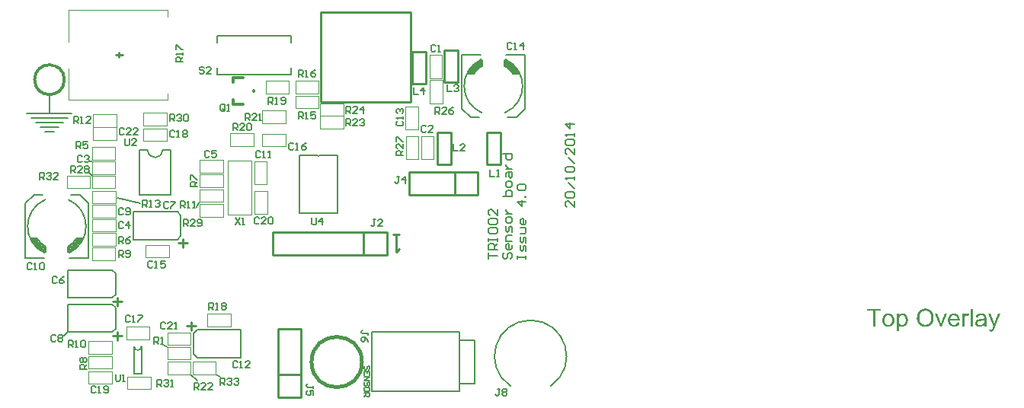
<source format=gto>
%FSLAX25Y25*%
%MOIN*%
G70*
G01*
G75*
%ADD10R,0.02362X0.03543*%
%ADD11R,0.03543X0.02362*%
%ADD12R,0.03937X0.04331*%
%ADD13R,0.06299X0.13780*%
%ADD14R,0.05000X0.03600*%
%ADD15R,0.03600X0.03600*%
%ADD16R,0.06693X0.01750*%
%ADD17R,0.08661X0.05118*%
%ADD18R,0.06299X0.07874*%
%ADD19O,0.04921X0.01772*%
%ADD20R,0.06102X0.01378*%
%ADD21C,0.01000*%
%ADD22C,0.00800*%
%ADD23C,0.02500*%
%ADD24C,0.02000*%
%ADD25C,0.08000*%
%ADD26C,0.07000*%
%ADD27C,0.10000*%
%ADD28R,0.07000X0.07000*%
%ADD29C,0.04724*%
%ADD30C,0.05906*%
%ADD31R,0.07000X0.07000*%
%ADD32C,0.08661*%
%ADD33C,0.07874*%
G04:AMPARAMS|DCode=34|XSize=118.11mil|YSize=39.37mil|CornerRadius=19.69mil|HoleSize=0mil|Usage=FLASHONLY|Rotation=0.000|XOffset=0mil|YOffset=0mil|HoleType=Round|Shape=RoundedRectangle|*
%AMROUNDEDRECTD34*
21,1,0.11811,0.00000,0,0,0.0*
21,1,0.07874,0.03937,0,0,0.0*
1,1,0.03937,0.03937,0.00000*
1,1,0.03937,-0.03937,0.00000*
1,1,0.03937,-0.03937,0.00000*
1,1,0.03937,0.03937,0.00000*
%
%ADD34ROUNDEDRECTD34*%
%ADD35O,0.15748X0.03937*%
G04:AMPARAMS|DCode=36|XSize=118.11mil|YSize=39.37mil|CornerRadius=19.69mil|HoleSize=0mil|Usage=FLASHONLY|Rotation=90.000|XOffset=0mil|YOffset=0mil|HoleType=Round|Shape=RoundedRectangle|*
%AMROUNDEDRECTD36*
21,1,0.11811,0.00000,0,0,90.0*
21,1,0.07874,0.03937,0,0,90.0*
1,1,0.03937,0.00000,0.03937*
1,1,0.03937,0.00000,-0.03937*
1,1,0.03937,0.00000,-0.03937*
1,1,0.03937,0.00000,0.03937*
%
%ADD36ROUNDEDRECTD36*%
%ADD37C,0.05512*%
%ADD38C,0.17716*%
%ADD39C,0.07874*%
%ADD40C,0.03937*%
%ADD41C,0.03150*%
%ADD42R,0.05118X0.05906*%
%ADD43R,0.05315X0.02953*%
%ADD44C,0.01200*%
%ADD45C,0.00787*%
%ADD46C,0.01500*%
%ADD47C,0.00394*%
%ADD48C,0.00700*%
%ADD49C,0.00591*%
G36*
X399174Y28899D02*
X399263Y28887D01*
X399374Y28865D01*
X399496Y28843D01*
X399640Y28810D01*
X399774Y28776D01*
X399929Y28721D01*
X400074Y28665D01*
X400229Y28587D01*
X400385Y28499D01*
X400540Y28399D01*
X400685Y28276D01*
X400818Y28143D01*
X400829Y28132D01*
X400851Y28110D01*
X400885Y28065D01*
X400929Y27999D01*
X400985Y27921D01*
X401040Y27832D01*
X401107Y27721D01*
X401174Y27588D01*
X401240Y27443D01*
X401307Y27288D01*
X401363Y27110D01*
X401418Y26921D01*
X401463Y26710D01*
X401496Y26488D01*
X401518Y26254D01*
X401529Y25999D01*
Y25988D01*
Y25943D01*
Y25866D01*
X401518Y25754D01*
X397352D01*
Y25743D01*
Y25710D01*
X397363Y25666D01*
Y25599D01*
X397374Y25521D01*
X397396Y25432D01*
X397430Y25232D01*
X397496Y25010D01*
X397585Y24766D01*
X397707Y24543D01*
X397863Y24343D01*
X397874D01*
X397885Y24321D01*
X397952Y24266D01*
X398052Y24188D01*
X398185Y24110D01*
X398363Y24021D01*
X398563Y23944D01*
X398785Y23888D01*
X398907Y23877D01*
X399041Y23866D01*
X399129D01*
X399229Y23877D01*
X399352Y23899D01*
X399485Y23932D01*
X399640Y23977D01*
X399785Y24044D01*
X399929Y24132D01*
X399940Y24144D01*
X399996Y24188D01*
X400063Y24255D01*
X400140Y24343D01*
X400229Y24466D01*
X400329Y24621D01*
X400429Y24799D01*
X400518Y25010D01*
X401496Y24888D01*
Y24877D01*
X401485Y24855D01*
X401474Y24810D01*
X401451Y24743D01*
X401418Y24677D01*
X401385Y24588D01*
X401296Y24399D01*
X401185Y24188D01*
X401029Y23966D01*
X400851Y23755D01*
X400629Y23555D01*
X400618D01*
X400596Y23532D01*
X400563Y23510D01*
X400518Y23477D01*
X400452Y23444D01*
X400385Y23410D01*
X400296Y23366D01*
X400196Y23321D01*
X400085Y23277D01*
X399974Y23233D01*
X399696Y23166D01*
X399385Y23110D01*
X399041Y23088D01*
X398918D01*
X398841Y23099D01*
X398741Y23110D01*
X398618Y23133D01*
X398485Y23155D01*
X398341Y23177D01*
X398030Y23266D01*
X397863Y23332D01*
X397707Y23399D01*
X397541Y23488D01*
X397385Y23588D01*
X397241Y23699D01*
X397096Y23832D01*
X397085Y23844D01*
X397063Y23866D01*
X397030Y23910D01*
X396985Y23977D01*
X396930Y24055D01*
X396874Y24144D01*
X396808Y24255D01*
X396741Y24377D01*
X396674Y24521D01*
X396607Y24677D01*
X396552Y24855D01*
X396496Y25043D01*
X396452Y25243D01*
X396419Y25466D01*
X396396Y25699D01*
X396385Y25943D01*
Y25954D01*
Y26010D01*
Y26077D01*
X396396Y26177D01*
X396408Y26299D01*
X396419Y26432D01*
X396441Y26588D01*
X396474Y26743D01*
X396563Y27099D01*
X396619Y27277D01*
X396685Y27465D01*
X396774Y27643D01*
X396874Y27810D01*
X396985Y27976D01*
X397107Y28132D01*
X397118Y28143D01*
X397141Y28165D01*
X397185Y28199D01*
X397241Y28254D01*
X397307Y28310D01*
X397396Y28376D01*
X397496Y28454D01*
X397619Y28521D01*
X397741Y28599D01*
X397885Y28665D01*
X398041Y28732D01*
X398207Y28787D01*
X398385Y28843D01*
X398574Y28876D01*
X398774Y28899D01*
X398985Y28910D01*
X399096D01*
X399174Y28899D01*
D02*
G37*
G36*
X370477D02*
X370577Y28887D01*
X370688Y28865D01*
X370810Y28843D01*
X370954Y28821D01*
X371254Y28721D01*
X371410Y28665D01*
X371566Y28587D01*
X371721Y28510D01*
X371877Y28399D01*
X372021Y28288D01*
X372165Y28154D01*
X372177Y28143D01*
X372199Y28121D01*
X372232Y28076D01*
X372277Y28021D01*
X372332Y27943D01*
X372399Y27843D01*
X372465Y27732D01*
X372532Y27610D01*
X372599Y27477D01*
X372665Y27310D01*
X372732Y27143D01*
X372788Y26954D01*
X372832Y26754D01*
X372865Y26543D01*
X372888Y26321D01*
X372899Y26077D01*
Y26065D01*
Y26032D01*
Y25977D01*
Y25899D01*
X372888Y25810D01*
X372877Y25699D01*
Y25588D01*
X372854Y25466D01*
X372821Y25188D01*
X372754Y24910D01*
X372676Y24632D01*
X372565Y24377D01*
Y24366D01*
X372554Y24355D01*
X372532Y24321D01*
X372510Y24277D01*
X372432Y24166D01*
X372332Y24032D01*
X372199Y23877D01*
X372032Y23721D01*
X371843Y23566D01*
X371621Y23421D01*
X371610D01*
X371599Y23410D01*
X371566Y23388D01*
X371510Y23366D01*
X371454Y23344D01*
X371388Y23321D01*
X371221Y23255D01*
X371032Y23199D01*
X370799Y23144D01*
X370554Y23099D01*
X370288Y23088D01*
X370177D01*
X370088Y23099D01*
X369988Y23110D01*
X369877Y23133D01*
X369743Y23155D01*
X369610Y23177D01*
X369310Y23266D01*
X369144Y23332D01*
X368988Y23399D01*
X368832Y23488D01*
X368677Y23588D01*
X368532Y23699D01*
X368388Y23832D01*
X368377Y23844D01*
X368355Y23866D01*
X368321Y23910D01*
X368277Y23977D01*
X368221Y24055D01*
X368166Y24144D01*
X368099Y24255D01*
X368033Y24388D01*
X367966Y24532D01*
X367899Y24699D01*
X367844Y24877D01*
X367788Y25066D01*
X367744Y25277D01*
X367710Y25499D01*
X367688Y25743D01*
X367677Y25999D01*
Y26021D01*
Y26065D01*
X367688Y26143D01*
Y26254D01*
X367699Y26377D01*
X367722Y26532D01*
X367744Y26688D01*
X367788Y26865D01*
X367833Y27043D01*
X367888Y27232D01*
X367955Y27432D01*
X368044Y27621D01*
X368132Y27799D01*
X368255Y27976D01*
X368377Y28143D01*
X368532Y28288D01*
X368544Y28299D01*
X368566Y28310D01*
X368610Y28343D01*
X368666Y28387D01*
X368733Y28432D01*
X368821Y28488D01*
X368910Y28543D01*
X369021Y28599D01*
X369144Y28654D01*
X369277Y28710D01*
X369577Y28810D01*
X369921Y28887D01*
X370099Y28899D01*
X370288Y28910D01*
X370399D01*
X370477Y28899D01*
D02*
G37*
G36*
X367099Y29987D02*
X364566D01*
Y23210D01*
X363544D01*
Y29987D01*
X361011D01*
Y30898D01*
X367099D01*
Y29987D01*
D02*
G37*
G36*
X411250Y28899D02*
X411417Y28887D01*
X411606Y28865D01*
X411795Y28832D01*
X411984Y28787D01*
X412161Y28732D01*
X412184Y28721D01*
X412239Y28699D01*
X412317Y28665D01*
X412417Y28621D01*
X412528Y28554D01*
X412639Y28488D01*
X412739Y28399D01*
X412828Y28310D01*
X412839Y28299D01*
X412861Y28265D01*
X412895Y28210D01*
X412939Y28143D01*
X412995Y28043D01*
X413039Y27943D01*
X413084Y27821D01*
X413117Y27676D01*
Y27665D01*
X413128Y27632D01*
X413139Y27565D01*
X413150Y27477D01*
Y27354D01*
X413161Y27210D01*
X413172Y27021D01*
Y26810D01*
Y25543D01*
Y25532D01*
Y25488D01*
Y25421D01*
Y25332D01*
Y25232D01*
Y25110D01*
X413184Y24843D01*
Y24566D01*
X413195Y24288D01*
X413206Y24166D01*
Y24055D01*
X413217Y23955D01*
X413228Y23877D01*
Y23866D01*
X413239Y23821D01*
X413250Y23755D01*
X413284Y23666D01*
X413306Y23566D01*
X413350Y23455D01*
X413406Y23332D01*
X413461Y23210D01*
X412472D01*
X412461Y23221D01*
X412450Y23266D01*
X412428Y23321D01*
X412395Y23410D01*
X412361Y23510D01*
X412339Y23632D01*
X412317Y23766D01*
X412295Y23910D01*
X412284D01*
X412273Y23888D01*
X412206Y23832D01*
X412106Y23755D01*
X411973Y23655D01*
X411806Y23555D01*
X411639Y23444D01*
X411461Y23344D01*
X411273Y23266D01*
X411250Y23255D01*
X411184Y23244D01*
X411084Y23210D01*
X410962Y23177D01*
X410806Y23144D01*
X410628Y23121D01*
X410428Y23099D01*
X410228Y23088D01*
X410140D01*
X410073Y23099D01*
X409995D01*
X409906Y23110D01*
X409706Y23144D01*
X409484Y23199D01*
X409239Y23277D01*
X409017Y23388D01*
X408817Y23532D01*
X408795Y23555D01*
X408740Y23610D01*
X408662Y23710D01*
X408573Y23844D01*
X408484Y24010D01*
X408406Y24199D01*
X408351Y24432D01*
X408340Y24543D01*
X408328Y24677D01*
Y24699D01*
Y24743D01*
X408340Y24821D01*
X408351Y24921D01*
X408373Y25043D01*
X408406Y25166D01*
X408451Y25299D01*
X408506Y25421D01*
X408517Y25432D01*
X408540Y25477D01*
X408584Y25543D01*
X408640Y25621D01*
X408706Y25710D01*
X408795Y25799D01*
X408884Y25888D01*
X408995Y25965D01*
X409006Y25977D01*
X409051Y25999D01*
X409106Y26043D01*
X409195Y26088D01*
X409295Y26132D01*
X409417Y26188D01*
X409540Y26232D01*
X409684Y26277D01*
X409695D01*
X409739Y26288D01*
X409806Y26310D01*
X409895Y26321D01*
X410006Y26343D01*
X410151Y26366D01*
X410317Y26399D01*
X410517Y26421D01*
X410528D01*
X410573Y26432D01*
X410628D01*
X410706Y26443D01*
X410795Y26454D01*
X410906Y26477D01*
X411028Y26488D01*
X411162Y26510D01*
X411428Y26565D01*
X411717Y26621D01*
X411973Y26688D01*
X412095Y26721D01*
X412206Y26754D01*
Y26765D01*
Y26788D01*
X412217Y26854D01*
Y26932D01*
Y26976D01*
Y26999D01*
Y27010D01*
Y27021D01*
Y27088D01*
X412206Y27199D01*
X412184Y27321D01*
X412150Y27454D01*
X412095Y27588D01*
X412028Y27710D01*
X411939Y27810D01*
X411928Y27821D01*
X411873Y27865D01*
X411784Y27910D01*
X411673Y27976D01*
X411517Y28032D01*
X411339Y28087D01*
X411117Y28121D01*
X410862Y28132D01*
X410750D01*
X410639Y28121D01*
X410484Y28099D01*
X410328Y28076D01*
X410162Y28032D01*
X410006Y27976D01*
X409873Y27899D01*
X409862Y27887D01*
X409817Y27854D01*
X409762Y27799D01*
X409695Y27710D01*
X409628Y27599D01*
X409551Y27454D01*
X409484Y27277D01*
X409417Y27077D01*
X408495Y27199D01*
Y27210D01*
X408506Y27221D01*
Y27254D01*
X408517Y27299D01*
X408551Y27399D01*
X408595Y27543D01*
X408651Y27688D01*
X408717Y27843D01*
X408806Y27999D01*
X408906Y28143D01*
X408917Y28154D01*
X408962Y28199D01*
X409028Y28265D01*
X409117Y28354D01*
X409239Y28443D01*
X409384Y28532D01*
X409551Y28632D01*
X409739Y28710D01*
X409751D01*
X409762Y28721D01*
X409795Y28732D01*
X409839Y28743D01*
X409951Y28776D01*
X410106Y28810D01*
X410284Y28843D01*
X410506Y28876D01*
X410739Y28899D01*
X411006Y28910D01*
X411128D01*
X411250Y28899D01*
D02*
G37*
G36*
X407184Y23210D02*
X406240D01*
Y30898D01*
X407184D01*
Y23210D01*
D02*
G37*
G36*
X404907Y28899D02*
X405029Y28876D01*
X405173Y28832D01*
X405329Y28776D01*
X405507Y28699D01*
X405695Y28599D01*
X405351Y27732D01*
X405340Y27743D01*
X405296Y27765D01*
X405229Y27799D01*
X405140Y27832D01*
X405040Y27865D01*
X404918Y27899D01*
X404796Y27921D01*
X404673Y27932D01*
X404618D01*
X404562Y27921D01*
X404485Y27910D01*
X404407Y27887D01*
X404307Y27854D01*
X404207Y27810D01*
X404118Y27743D01*
X404107Y27732D01*
X404073Y27710D01*
X404040Y27665D01*
X403984Y27610D01*
X403929Y27532D01*
X403873Y27443D01*
X403818Y27343D01*
X403773Y27221D01*
X403762Y27199D01*
X403751Y27132D01*
X403729Y27032D01*
X403696Y26899D01*
X403662Y26732D01*
X403640Y26543D01*
X403629Y26343D01*
X403618Y26121D01*
Y23210D01*
X402673D01*
Y28787D01*
X403529D01*
Y27943D01*
X403540Y27954D01*
X403584Y28032D01*
X403640Y28132D01*
X403729Y28254D01*
X403818Y28376D01*
X403918Y28510D01*
X404018Y28621D01*
X404118Y28710D01*
X404129Y28721D01*
X404162Y28743D01*
X404229Y28776D01*
X404296Y28810D01*
X404385Y28843D01*
X404496Y28876D01*
X404607Y28899D01*
X404729Y28910D01*
X404807D01*
X404907Y28899D01*
D02*
G37*
G36*
X376654D02*
X376732Y28887D01*
X376898Y28865D01*
X377098Y28821D01*
X377309Y28754D01*
X377520Y28654D01*
X377732Y28532D01*
X377743D01*
X377754Y28510D01*
X377820Y28465D01*
X377920Y28376D01*
X378043Y28265D01*
X378176Y28121D01*
X378309Y27943D01*
X378443Y27732D01*
X378554Y27499D01*
Y27488D01*
X378565Y27465D01*
X378576Y27432D01*
X378598Y27388D01*
X378620Y27321D01*
X378643Y27243D01*
X378698Y27065D01*
X378754Y26843D01*
X378798Y26599D01*
X378832Y26321D01*
X378843Y26032D01*
Y26021D01*
Y25999D01*
Y25954D01*
Y25888D01*
X378832Y25810D01*
Y25721D01*
X378809Y25521D01*
X378765Y25277D01*
X378709Y25021D01*
X378631Y24755D01*
X378532Y24488D01*
Y24477D01*
X378520Y24455D01*
X378498Y24421D01*
X378476Y24377D01*
X378398Y24255D01*
X378298Y24099D01*
X378176Y23932D01*
X378020Y23766D01*
X377843Y23599D01*
X377632Y23444D01*
X377621D01*
X377609Y23432D01*
X377576Y23410D01*
X377532Y23388D01*
X377420Y23332D01*
X377265Y23266D01*
X377076Y23199D01*
X376876Y23144D01*
X376643Y23099D01*
X376410Y23088D01*
X376332D01*
X376243Y23099D01*
X376132Y23110D01*
X375998Y23133D01*
X375854Y23166D01*
X375710Y23210D01*
X375565Y23277D01*
X375554Y23288D01*
X375499Y23310D01*
X375432Y23355D01*
X375343Y23421D01*
X375254Y23488D01*
X375143Y23577D01*
X375043Y23677D01*
X374954Y23788D01*
Y21077D01*
X374010D01*
Y28787D01*
X374865D01*
Y28054D01*
X374876Y28076D01*
X374921Y28121D01*
X374976Y28199D01*
X375065Y28288D01*
X375165Y28399D01*
X375276Y28499D01*
X375410Y28599D01*
X375543Y28688D01*
X375565Y28699D01*
X375610Y28721D01*
X375698Y28754D01*
X375810Y28799D01*
X375943Y28843D01*
X376098Y28876D01*
X376276Y28899D01*
X376476Y28910D01*
X376598D01*
X376654Y28899D01*
D02*
G37*
G36*
X386642Y31021D02*
X386742D01*
X386842Y31009D01*
X386975Y30987D01*
X387108Y30965D01*
X387397Y30909D01*
X387731Y30821D01*
X388053Y30687D01*
X388219Y30610D01*
X388386Y30521D01*
X388397Y30509D01*
X388419Y30498D01*
X388464Y30465D01*
X388530Y30432D01*
X388597Y30376D01*
X388686Y30310D01*
X388875Y30154D01*
X389075Y29954D01*
X389297Y29710D01*
X389508Y29421D01*
X389686Y29098D01*
Y29087D01*
X389708Y29054D01*
X389730Y29010D01*
X389753Y28943D01*
X389797Y28854D01*
X389830Y28754D01*
X389875Y28632D01*
X389919Y28499D01*
X389953Y28354D01*
X389997Y28199D01*
X390041Y28021D01*
X390075Y27843D01*
X390119Y27454D01*
X390141Y27032D01*
Y27021D01*
Y26976D01*
Y26921D01*
X390130Y26832D01*
Y26732D01*
X390119Y26610D01*
X390097Y26477D01*
X390086Y26332D01*
X390030Y26010D01*
X389942Y25654D01*
X389819Y25299D01*
X389753Y25121D01*
X389664Y24943D01*
Y24932D01*
X389641Y24899D01*
X389619Y24855D01*
X389575Y24788D01*
X389530Y24710D01*
X389475Y24632D01*
X389319Y24421D01*
X389130Y24199D01*
X388908Y23966D01*
X388642Y23743D01*
X388331Y23543D01*
X388319D01*
X388297Y23521D01*
X388242Y23499D01*
X388175Y23466D01*
X388097Y23432D01*
X388008Y23399D01*
X387897Y23355D01*
X387775Y23310D01*
X387642Y23266D01*
X387497Y23221D01*
X387175Y23155D01*
X386831Y23099D01*
X386464Y23077D01*
X386353D01*
X386286Y23088D01*
X386186D01*
X386075Y23110D01*
X385953Y23121D01*
X385809Y23144D01*
X385509Y23210D01*
X385186Y23299D01*
X384853Y23432D01*
X384686Y23510D01*
X384520Y23599D01*
X384509Y23610D01*
X384487Y23621D01*
X384442Y23655D01*
X384375Y23699D01*
X384309Y23743D01*
X384231Y23810D01*
X384042Y23977D01*
X383831Y24177D01*
X383609Y24421D01*
X383409Y24699D01*
X383220Y25021D01*
Y25032D01*
X383198Y25066D01*
X383175Y25110D01*
X383153Y25177D01*
X383120Y25266D01*
X383087Y25366D01*
X383042Y25477D01*
X383009Y25599D01*
X382964Y25743D01*
X382920Y25888D01*
X382853Y26221D01*
X382809Y26565D01*
X382787Y26943D01*
Y26954D01*
Y26965D01*
Y27032D01*
X382798Y27132D01*
Y27265D01*
X382820Y27421D01*
X382842Y27610D01*
X382875Y27821D01*
X382920Y28043D01*
X382964Y28276D01*
X383031Y28521D01*
X383120Y28765D01*
X383220Y29021D01*
X383331Y29265D01*
X383475Y29510D01*
X383631Y29732D01*
X383809Y29943D01*
X383820Y29954D01*
X383853Y29987D01*
X383920Y30043D01*
X383998Y30110D01*
X384098Y30198D01*
X384220Y30287D01*
X384364Y30387D01*
X384531Y30487D01*
X384709Y30587D01*
X384909Y30687D01*
X385131Y30776D01*
X385364Y30865D01*
X385620Y30932D01*
X385886Y30987D01*
X386164Y31021D01*
X386464Y31032D01*
X386564D01*
X386642Y31021D01*
D02*
G37*
G36*
X417072Y23121D02*
Y23110D01*
X417061Y23077D01*
X417039Y23032D01*
X417017Y22977D01*
X416983Y22899D01*
X416950Y22810D01*
X416872Y22621D01*
X416794Y22410D01*
X416706Y22199D01*
X416617Y22010D01*
X416572Y21933D01*
X416539Y21855D01*
X416528Y21833D01*
X416494Y21777D01*
X416439Y21699D01*
X416372Y21599D01*
X416283Y21488D01*
X416183Y21377D01*
X416083Y21266D01*
X415961Y21177D01*
X415950Y21166D01*
X415906Y21144D01*
X415839Y21110D01*
X415739Y21066D01*
X415628Y21022D01*
X415494Y20988D01*
X415350Y20966D01*
X415183Y20955D01*
X415139D01*
X415083Y20966D01*
X415006D01*
X414917Y20988D01*
X414817Y21011D01*
X414706Y21033D01*
X414583Y21077D01*
X414483Y21955D01*
X414495D01*
X414539Y21944D01*
X414595Y21933D01*
X414661Y21910D01*
X414839Y21877D01*
X415017Y21866D01*
X415072D01*
X415128Y21877D01*
X415195D01*
X415361Y21910D01*
X415439Y21944D01*
X415517Y21977D01*
X415528D01*
X415550Y21999D01*
X415583Y22021D01*
X415628Y22055D01*
X415728Y22144D01*
X415817Y22266D01*
Y22277D01*
X415839Y22299D01*
X415861Y22344D01*
X415883Y22410D01*
X415928Y22499D01*
X415972Y22633D01*
X416039Y22788D01*
X416106Y22977D01*
Y22988D01*
X416128Y23032D01*
X416150Y23110D01*
X416194Y23210D01*
X414083Y28787D01*
X415083D01*
X416250Y25554D01*
Y25543D01*
X416261Y25532D01*
X416272Y25499D01*
X416283Y25443D01*
X416305Y25388D01*
X416328Y25321D01*
X416383Y25166D01*
X416450Y24977D01*
X416517Y24755D01*
X416583Y24521D01*
X416650Y24266D01*
Y24277D01*
X416661Y24299D01*
X416672Y24332D01*
X416683Y24377D01*
X416694Y24432D01*
X416717Y24499D01*
X416761Y24666D01*
X416817Y24855D01*
X416894Y25077D01*
X416961Y25299D01*
X417050Y25532D01*
X418250Y28787D01*
X419194D01*
X417072Y23121D01*
D02*
G37*
G36*
X393741Y23210D02*
X392841D01*
X390741Y28787D01*
X391741D01*
X392941Y25443D01*
Y25432D01*
X392952Y25421D01*
X392963Y25388D01*
X392974Y25354D01*
X393008Y25243D01*
X393052Y25099D01*
X393108Y24932D01*
X393175Y24743D01*
X393230Y24532D01*
X393297Y24321D01*
X393308Y24343D01*
X393319Y24399D01*
X393352Y24488D01*
X393386Y24621D01*
X393441Y24766D01*
X393497Y24954D01*
X393574Y25155D01*
X393652Y25377D01*
X394885Y28787D01*
X395863D01*
X393741Y23210D01*
D02*
G37*
%LPC*%
G36*
X386464Y30154D02*
X386364D01*
X386286Y30143D01*
X386186Y30132D01*
X386086Y30110D01*
X385964Y30087D01*
X385831Y30065D01*
X385542Y29976D01*
X385386Y29910D01*
X385231Y29843D01*
X385064Y29754D01*
X384909Y29654D01*
X384753Y29543D01*
X384609Y29410D01*
X384598Y29399D01*
X384575Y29376D01*
X384542Y29332D01*
X384487Y29265D01*
X384431Y29187D01*
X384364Y29087D01*
X384298Y28965D01*
X384220Y28821D01*
X384153Y28665D01*
X384075Y28476D01*
X384009Y28276D01*
X383953Y28054D01*
X383898Y27810D01*
X383864Y27532D01*
X383842Y27243D01*
X383831Y26932D01*
Y26921D01*
Y26877D01*
Y26799D01*
X383842Y26699D01*
X383853Y26588D01*
X383875Y26454D01*
X383898Y26299D01*
X383920Y26143D01*
X384009Y25788D01*
X384075Y25610D01*
X384142Y25421D01*
X384231Y25243D01*
X384331Y25066D01*
X384442Y24899D01*
X384575Y24743D01*
X384587Y24732D01*
X384609Y24710D01*
X384653Y24666D01*
X384709Y24621D01*
X384786Y24554D01*
X384875Y24488D01*
X384975Y24421D01*
X385086Y24343D01*
X385220Y24266D01*
X385364Y24199D01*
X385520Y24132D01*
X385686Y24066D01*
X385864Y24021D01*
X386042Y23977D01*
X386242Y23955D01*
X386453Y23944D01*
X386508D01*
X386564Y23955D01*
X386642D01*
X386742Y23966D01*
X386853Y23988D01*
X386986Y24010D01*
X387120Y24044D01*
X387275Y24088D01*
X387420Y24144D01*
X387586Y24199D01*
X387742Y24277D01*
X387897Y24377D01*
X388053Y24477D01*
X388208Y24599D01*
X388353Y24743D01*
X388364Y24755D01*
X388386Y24777D01*
X388419Y24832D01*
X388475Y24899D01*
X388530Y24977D01*
X388586Y25077D01*
X388653Y25199D01*
X388731Y25332D01*
X388797Y25488D01*
X388864Y25666D01*
X388919Y25854D01*
X388986Y26054D01*
X389031Y26277D01*
X389064Y26521D01*
X389086Y26776D01*
X389097Y27043D01*
Y27054D01*
Y27088D01*
Y27132D01*
Y27199D01*
X389086Y27277D01*
Y27376D01*
X389075Y27477D01*
X389053Y27599D01*
X389019Y27854D01*
X388964Y28121D01*
X388886Y28410D01*
X388775Y28676D01*
Y28688D01*
X388764Y28710D01*
X388742Y28743D01*
X388719Y28787D01*
X388642Y28921D01*
X388542Y29076D01*
X388408Y29254D01*
X388242Y29432D01*
X388053Y29610D01*
X387842Y29765D01*
X387831D01*
X387820Y29787D01*
X387786Y29798D01*
X387731Y29832D01*
X387675Y29854D01*
X387608Y29887D01*
X387442Y29965D01*
X387242Y30032D01*
X387008Y30098D01*
X386742Y30143D01*
X386464Y30154D01*
D02*
G37*
G36*
X398996Y28132D02*
X398930D01*
X398885Y28121D01*
X398763Y28110D01*
X398618Y28076D01*
X398441Y28021D01*
X398252Y27943D01*
X398074Y27832D01*
X397896Y27688D01*
X397874Y27665D01*
X397830Y27610D01*
X397752Y27510D01*
X397674Y27376D01*
X397585Y27221D01*
X397507Y27021D01*
X397441Y26788D01*
X397407Y26532D01*
X400529D01*
Y26543D01*
Y26565D01*
X400518Y26599D01*
Y26643D01*
X400496Y26776D01*
X400463Y26921D01*
X400407Y27099D01*
X400351Y27265D01*
X400263Y27432D01*
X400163Y27577D01*
Y27588D01*
X400140Y27599D01*
X400085Y27665D01*
X399985Y27754D01*
X399852Y27854D01*
X399685Y27954D01*
X399485Y28043D01*
X399252Y28110D01*
X399129Y28121D01*
X398996Y28132D01*
D02*
G37*
G36*
X376387Y28165D02*
X376332D01*
X376287Y28154D01*
X376176Y28132D01*
X376032Y28099D01*
X375865Y28032D01*
X375687Y27932D01*
X375587Y27865D01*
X375499Y27788D01*
X375410Y27699D01*
X375321Y27599D01*
Y27588D01*
X375299Y27577D01*
X375276Y27543D01*
X375254Y27499D01*
X375221Y27432D01*
X375176Y27365D01*
X375132Y27277D01*
X375098Y27188D01*
X375054Y27077D01*
X375010Y26954D01*
X374976Y26821D01*
X374932Y26676D01*
X374910Y26510D01*
X374887Y26343D01*
X374865Y26166D01*
Y25965D01*
Y25954D01*
Y25921D01*
Y25866D01*
X374876Y25788D01*
Y25699D01*
X374887Y25599D01*
X374921Y25366D01*
X374976Y25099D01*
X375043Y24843D01*
X375154Y24588D01*
X375221Y24477D01*
X375299Y24377D01*
X375321Y24355D01*
X375376Y24299D01*
X375465Y24210D01*
X375587Y24121D01*
X375743Y24032D01*
X375921Y23944D01*
X376121Y23888D01*
X376232Y23877D01*
X376343Y23866D01*
X376410D01*
X376454Y23877D01*
X376565Y23899D01*
X376721Y23932D01*
X376887Y23999D01*
X377065Y24088D01*
X377243Y24221D01*
X377332Y24299D01*
X377420Y24388D01*
Y24399D01*
X377443Y24410D01*
X377465Y24443D01*
X377487Y24488D01*
X377532Y24543D01*
X377565Y24621D01*
X377609Y24699D01*
X377654Y24799D01*
X377687Y24899D01*
X377732Y25032D01*
X377776Y25166D01*
X377809Y25310D01*
X377832Y25477D01*
X377854Y25654D01*
X377876Y25843D01*
Y26043D01*
Y26054D01*
Y26088D01*
Y26143D01*
X377865Y26221D01*
Y26310D01*
X377854Y26410D01*
X377820Y26643D01*
X377765Y26899D01*
X377687Y27154D01*
X377576Y27410D01*
X377509Y27532D01*
X377432Y27632D01*
Y27643D01*
X377409Y27654D01*
X377354Y27721D01*
X377265Y27799D01*
X377143Y27899D01*
X376987Y27999D01*
X376810Y28087D01*
X376609Y28143D01*
X376498Y28154D01*
X376387Y28165D01*
D02*
G37*
G36*
X412217Y26010D02*
X412206D01*
X412195Y25999D01*
X412161Y25988D01*
X412117Y25977D01*
X412062Y25954D01*
X411995Y25932D01*
X411917Y25910D01*
X411828Y25888D01*
X411728Y25854D01*
X411606Y25832D01*
X411484Y25799D01*
X411339Y25765D01*
X411184Y25732D01*
X411028Y25699D01*
X410850Y25677D01*
X410662Y25643D01*
X410639D01*
X410573Y25632D01*
X410462Y25610D01*
X410339Y25588D01*
X410206Y25565D01*
X410073Y25532D01*
X409951Y25499D01*
X409839Y25454D01*
X409828D01*
X409795Y25432D01*
X409751Y25410D01*
X409706Y25377D01*
X409573Y25288D01*
X409462Y25155D01*
Y25143D01*
X409440Y25121D01*
X409428Y25077D01*
X409406Y25021D01*
X409384Y24954D01*
X409362Y24888D01*
X409351Y24799D01*
X409340Y24710D01*
Y24699D01*
Y24643D01*
X409351Y24577D01*
X409373Y24488D01*
X409406Y24388D01*
X409462Y24288D01*
X409528Y24177D01*
X409617Y24077D01*
X409628Y24066D01*
X409673Y24044D01*
X409739Y23999D01*
X409828Y23955D01*
X409951Y23910D01*
X410095Y23866D01*
X410262Y23844D01*
X410462Y23832D01*
X410550D01*
X410662Y23844D01*
X410784Y23866D01*
X410939Y23888D01*
X411095Y23932D01*
X411262Y23988D01*
X411428Y24066D01*
X411450Y24077D01*
X411495Y24110D01*
X411573Y24166D01*
X411661Y24243D01*
X411762Y24332D01*
X411873Y24443D01*
X411962Y24577D01*
X412050Y24721D01*
X412062Y24732D01*
X412073Y24777D01*
X412095Y24855D01*
X412128Y24954D01*
X412161Y25088D01*
X412184Y25243D01*
X412195Y25432D01*
X412206Y25654D01*
X412217Y26010D01*
D02*
G37*
G36*
X370288Y28132D02*
X370221D01*
X370166Y28121D01*
X370043Y28110D01*
X369877Y28065D01*
X369688Y27999D01*
X369488Y27910D01*
X369299Y27776D01*
X369199Y27688D01*
X369110Y27599D01*
Y27588D01*
X369088Y27577D01*
X369066Y27543D01*
X369033Y27499D01*
X368999Y27443D01*
X368966Y27376D01*
X368921Y27288D01*
X368877Y27199D01*
X368832Y27088D01*
X368788Y26976D01*
X368755Y26843D01*
X368721Y26699D01*
X368688Y26543D01*
X368666Y26377D01*
X368655Y26188D01*
X368644Y25999D01*
Y25988D01*
Y25954D01*
Y25899D01*
X368655Y25821D01*
Y25732D01*
X368666Y25632D01*
X368699Y25399D01*
X368755Y25132D01*
X368844Y24866D01*
X368955Y24610D01*
X369033Y24499D01*
X369110Y24388D01*
X369121D01*
X369132Y24366D01*
X369199Y24310D01*
X369299Y24221D01*
X369432Y24132D01*
X369599Y24032D01*
X369799Y23944D01*
X370032Y23888D01*
X370155Y23877D01*
X370288Y23866D01*
X370355D01*
X370410Y23877D01*
X370532Y23899D01*
X370699Y23932D01*
X370877Y23999D01*
X371077Y24088D01*
X371266Y24221D01*
X371365Y24310D01*
X371454Y24399D01*
X371465Y24410D01*
X371477Y24421D01*
X371499Y24455D01*
X371532Y24499D01*
X371566Y24554D01*
X371610Y24621D01*
X371654Y24710D01*
X371699Y24799D01*
X371743Y24910D01*
X371777Y25032D01*
X371821Y25166D01*
X371854Y25310D01*
X371888Y25477D01*
X371910Y25643D01*
X371932Y25832D01*
Y26032D01*
Y26043D01*
Y26077D01*
Y26132D01*
X371921Y26199D01*
Y26288D01*
X371910Y26388D01*
X371877Y26621D01*
X371821Y26865D01*
X371732Y27132D01*
X371610Y27376D01*
X371543Y27499D01*
X371454Y27599D01*
Y27610D01*
X371432Y27621D01*
X371365Y27688D01*
X371266Y27765D01*
X371132Y27865D01*
X370966Y27965D01*
X370766Y28054D01*
X370543Y28110D01*
X370421Y28121D01*
X370288Y28132D01*
D02*
G37*
%LPD*%
D21*
X33779Y142018D02*
X35280D01*
X32280D02*
X33779D01*
Y141018D02*
Y143018D01*
Y141018D02*
Y142018D01*
X122047Y121500D02*
Y160870D01*
X161417D01*
Y121500D02*
Y160870D01*
X122047Y121500D02*
X161417D01*
X180800Y80827D02*
Y90827D01*
X190800Y80827D02*
Y90827D01*
X160800D02*
X190800D01*
X160800Y80827D02*
Y90827D01*
Y80827D02*
X190800D01*
X113345Y-7764D02*
Y22236D01*
X103345D02*
X113345D01*
X103345Y-7764D02*
Y22236D01*
Y-7764D02*
X113345D01*
X103345Y2236D02*
X113345D01*
X140784Y54500D02*
Y64500D01*
X151000Y54500D02*
Y64500D01*
X101000D02*
X151000D01*
X101000Y54500D02*
Y64500D01*
Y54500D02*
X151000D01*
X173000Y94000D02*
Y108000D01*
X179000D01*
Y94000D02*
Y108000D01*
X173000Y94000D02*
X179000D01*
X194500D02*
Y108000D01*
X200500D01*
Y94000D02*
Y108000D01*
X194500Y94000D02*
X200500D01*
X182000Y130000D02*
Y144000D01*
X176000Y130000D02*
X182000D01*
X176000D02*
Y144000D01*
X182000D01*
X168013Y129500D02*
Y143500D01*
X162013Y129500D02*
X168013D01*
X162013D02*
Y143500D01*
X168013D01*
X63361Y23332D02*
X67461D01*
X65361Y21531D02*
Y25232D01*
X31039Y19169D02*
X35139D01*
X33139Y17268D02*
Y20968D01*
X31039Y34168D02*
X35139D01*
X33139Y32269D02*
Y35969D01*
X59539Y59668D02*
X63639D01*
X61639Y57768D02*
Y61468D01*
X156433Y63634D02*
X153809D01*
X155121D01*
Y55762D01*
X156433Y57074D01*
D44*
X9792Y131245D02*
G03*
X9792Y131245I-6500J0D01*
G01*
X83500Y132000D02*
X88000D01*
X83500Y120500D02*
X88000D01*
X83500Y130000D02*
Y132000D01*
X92500Y126000D02*
Y126500D01*
X83500Y120500D02*
Y122500D01*
D45*
X222489Y-2911D02*
G03*
X205018Y-2911I-8735J13103D01*
G01*
X206114Y133743D02*
G03*
X202462Y137278I-8613J-5243D01*
G01*
X202580Y116778D02*
G03*
X202903Y140077I-5080J11722D01*
G01*
X192538Y137278D02*
G03*
X188887Y133743I4962J-8778D01*
G01*
X192097Y140077D02*
G03*
X192420Y116778I5403J-11577D01*
G01*
X120321Y98280D02*
G03*
X121600Y98280I640J0D01*
G01*
X40324Y14405D02*
G03*
X43479Y14405I1578J0D01*
G01*
X-2113Y61757D02*
G03*
X1538Y58222I8613J5243D01*
G01*
X1420Y78722D02*
G03*
X1097Y55423I5080J-11722D01*
G01*
X11462Y58222D02*
G03*
X15113Y61757I-4962J8778D01*
G01*
X11903Y55423D02*
G03*
X11580Y78722I-5403J11577D01*
G01*
X46350Y100343D02*
G03*
X52650Y100343I3150J0D01*
G01*
X3292Y116481D02*
Y124355D01*
Y116481D02*
X13135D01*
X-6550D02*
X13135D01*
X-4582Y114513D02*
X11166D01*
X-2613Y112544D02*
X9198D01*
X-645Y110575D02*
X7229D01*
X1324Y108607D02*
X5261D01*
X189286Y-1805D02*
Y17195D01*
X144286Y20695D02*
X182692D01*
X144242Y-5305D02*
X144243Y20694D01*
X182786Y17195D02*
X189286D01*
X182786Y-1805D02*
X189286D01*
X182692Y-5305D02*
Y20695D01*
X144286Y-5305D02*
X182692D01*
X187500Y114720D02*
X191279D01*
X203720D02*
X207500D01*
X211280Y118500D01*
X183721D02*
X187500Y114720D01*
X202616Y139482D02*
X203447D01*
X202462Y139636D02*
X202616Y139482D01*
X202462Y137278D02*
Y139636D01*
Y137278D02*
X204863D01*
X207343Y134799D01*
X206286D02*
X207343D01*
X206286D02*
X207343Y133743D01*
Y135546D01*
X206929Y135960D02*
X207343Y135546D01*
X206161Y135193D02*
X206929Y135960D01*
X206161Y135193D02*
X207736D01*
X208047Y134882D01*
Y133826D02*
Y134882D01*
Y133826D02*
X208130Y133743D01*
X206824D02*
X208130D01*
X206114Y134453D02*
X206824Y133743D01*
X206114Y134453D02*
Y136816D01*
X208792Y134137D01*
Y133743D02*
Y134137D01*
X206114Y133743D02*
X208792D01*
X203012Y142280D02*
X211280D01*
Y118500D02*
Y142280D01*
X202462Y137278D02*
Y139636D01*
X202903Y140077D01*
Y140026D02*
Y140077D01*
Y140026D02*
X206114Y136816D01*
Y133743D02*
Y136816D01*
Y133743D02*
X206161Y133791D01*
Y137555D01*
X205883Y137833D02*
X206161Y137555D01*
X205096Y137833D02*
X205883D01*
X203447Y139482D02*
X205096Y137833D01*
X202462Y138497D02*
X203447Y139482D01*
X202462Y138497D02*
X202464D01*
X203405Y137555D01*
Y137161D02*
Y137555D01*
Y137161D02*
X205374Y135193D01*
Y135635D01*
X205519Y135780D01*
Y137410D01*
X203759Y139170D02*
X205519Y137410D01*
X202931Y138342D02*
X203759Y139170D01*
X202931Y138030D02*
Y138342D01*
Y138030D02*
X203426Y138524D01*
X203763D01*
X205519Y136768D01*
X205456D02*
X205519D01*
X204627Y135939D02*
X205456Y136768D01*
X204627Y135939D02*
Y137659D01*
X204523Y137555D02*
X204627Y137659D01*
X204395Y137555D02*
X204523D01*
X204001Y137161D02*
X204395Y137555D01*
X204001Y137161D02*
Y138286D01*
Y138151D02*
Y138286D01*
X203405Y137555D02*
X204001Y138151D01*
X191553Y139482D02*
X192384D01*
X192538Y139636D01*
Y137278D02*
Y139636D01*
X190137Y137278D02*
X192538D01*
X187657Y134799D02*
X190137Y137278D01*
X187657Y134799D02*
X188714D01*
X187657Y133743D02*
X188714Y134799D01*
X187657Y133743D02*
Y135546D01*
X188071Y135960D01*
X188839Y135193D01*
X187264D02*
X188839D01*
X186953Y134882D02*
X187264Y135193D01*
X186953Y133826D02*
Y134882D01*
X186870Y133743D02*
X186953Y133826D01*
X186870Y133743D02*
X188176D01*
X188886Y134453D01*
Y136816D01*
X186207Y134137D02*
X188886Y136816D01*
X186207Y133743D02*
Y134137D01*
Y133743D02*
X188886D01*
X183721Y142280D02*
X191988D01*
X183721Y118500D02*
Y142280D01*
X192538Y137278D02*
Y139636D01*
X192097Y140077D02*
X192538Y139636D01*
X192097Y140026D02*
Y140077D01*
X188886Y136816D02*
X192097Y140026D01*
X188886Y133743D02*
Y136816D01*
X188839Y133791D02*
X188886Y133743D01*
X188839Y133791D02*
Y137555D01*
X189117Y137833D01*
X189904D01*
X191553Y139482D01*
X192538Y138497D01*
X192536D02*
X192538D01*
X191595Y137555D02*
X192536Y138497D01*
X191595Y137161D02*
Y137555D01*
X189626Y135193D02*
X191595Y137161D01*
X189626Y135193D02*
Y135635D01*
X189481Y135780D02*
X189626Y135635D01*
X189481Y135780D02*
Y137410D01*
X191241Y139170D01*
X192069Y138342D01*
Y138030D02*
Y138342D01*
X191574Y138524D02*
X192069Y138030D01*
X191237Y138524D02*
X191574D01*
X189481Y136768D02*
X191237Y138524D01*
X189481Y136768D02*
X189544D01*
X190373Y135939D01*
Y137659D01*
X190477Y137555D01*
X190605D01*
X190999Y137161D01*
Y138286D01*
Y138151D02*
Y138286D01*
Y138151D02*
X191595Y137555D01*
X207151Y135778D02*
Y136172D01*
X206161Y137161D02*
X207151Y136172D01*
X76680Y133554D02*
Y136506D01*
X108963Y147530D02*
Y150483D01*
Y133554D02*
Y136506D01*
X76680Y133554D02*
X108963D01*
X76680Y147530D02*
Y150483D01*
X108963D01*
X112634Y98280D02*
X120321D01*
X121600D02*
X129287D01*
Y72689D02*
Y98280D01*
X112634Y72689D02*
X129287D01*
X112634D02*
Y98280D01*
X67500Y75500D02*
X68929Y77744D01*
X9500Y19000D02*
X11370Y20701D01*
X76118Y2244D02*
X78000Y1000D01*
X65118Y2244D02*
X68000Y-500D01*
X53000Y15000D02*
X54882Y14256D01*
X67839Y21799D02*
X86343D01*
X87130Y9595D02*
Y21799D01*
X67839Y9595D02*
X86343D01*
X66264Y20224D02*
X67839Y21799D01*
X66264Y11169D02*
Y20224D01*
Y11169D02*
X67839Y9595D01*
X86343D02*
X87130D01*
X86343Y21799D02*
X87130D01*
X40425Y2595D02*
Y14405D01*
X43575Y2595D02*
Y14405D01*
X40425Y2595D02*
X43575D01*
X12157Y20701D02*
X30661D01*
X11370D02*
Y32906D01*
X12157D02*
X30661D01*
Y20701D02*
X32236Y22276D01*
Y31331D01*
X30661Y32906D02*
X32236Y31331D01*
X11370Y32906D02*
X12157D01*
X11370Y20701D02*
X12157D01*
Y35701D02*
X30661D01*
X11370D02*
Y47905D01*
X12157D02*
X30661D01*
Y35701D02*
X32236Y37276D01*
Y46331D01*
X30661Y47905D02*
X32236Y46331D01*
X11370Y47905D02*
X12157D01*
X11370Y35701D02*
X12157D01*
X40657Y61201D02*
X59161D01*
X39870D02*
Y73405D01*
X40657D02*
X59161D01*
Y61201D02*
X60736Y62776D01*
Y71831D01*
X59161Y73405D02*
X60736Y71831D01*
X39870Y73405D02*
X40657D01*
X39870Y61201D02*
X40657D01*
X33000Y79500D02*
X43000Y77000D01*
X20500Y95500D02*
X21882Y95453D01*
X20500Y90500D02*
X21882Y89256D01*
X12720Y80779D02*
X16500D01*
X-3500D02*
X280D01*
X-7280Y77000D02*
X-3500Y80779D01*
X16500D02*
X20279Y77000D01*
X553Y56018D02*
X1384D01*
X1538Y55864D01*
Y58222D01*
X-863D02*
X1538D01*
X-3342Y60701D02*
X-863Y58222D01*
X-3342Y60701D02*
X-2286D01*
X-3342Y61757D02*
X-2286Y60701D01*
X-3342Y59954D02*
Y61757D01*
Y59954D02*
X-2929Y59540D01*
X-2161Y60307D01*
X-3736D02*
X-2161D01*
X-4047Y60618D02*
X-3736Y60307D01*
X-4047Y60618D02*
Y61674D01*
X-4130Y61757D02*
X-4047Y61674D01*
X-4130Y61757D02*
X-2824D01*
X-2114Y61046D01*
Y58684D02*
Y61046D01*
X-4792Y61363D02*
X-2114Y58684D01*
X-4792Y61363D02*
Y61757D01*
X-2114D01*
X-7280Y53220D02*
X988D01*
X-7280D02*
Y77000D01*
X1538Y55864D02*
Y58222D01*
X1097Y55423D02*
X1538Y55864D01*
X1097Y55423D02*
Y55474D01*
X-2114Y58684D02*
X1097Y55474D01*
X-2114Y58684D02*
Y61757D01*
X-2161Y61709D02*
X-2114Y61757D01*
X-2161Y57945D02*
Y61709D01*
Y57945D02*
X-1883Y57666D01*
X-1096D01*
X553Y56018D01*
X1538Y57003D01*
X1536D02*
X1538D01*
X594Y57945D02*
X1536Y57003D01*
X594Y57945D02*
Y58339D01*
X-1374Y60307D02*
X594Y58339D01*
X-1374Y59865D02*
Y60307D01*
X-1519Y59720D02*
X-1374Y59865D01*
X-1519Y58090D02*
Y59720D01*
Y58090D02*
X241Y56330D01*
X1069Y57157D01*
Y57470D01*
X574Y56976D02*
X1069Y57470D01*
X237Y56976D02*
X574D01*
X-1519Y58732D02*
X237Y56976D01*
X-1519Y58732D02*
X-1456D01*
X-628Y59561D01*
Y57841D02*
Y59561D01*
Y57841D02*
X-523Y57945D01*
X-395D01*
X-1Y58339D01*
Y57214D02*
Y58339D01*
Y57214D02*
Y57349D01*
X594Y57945D01*
X11616Y56018D02*
X12447D01*
X11462Y55864D02*
X11616Y56018D01*
X11462Y55864D02*
Y58222D01*
X13863D01*
X16342Y60701D01*
X15286D02*
X16342D01*
X15286D02*
X16342Y61757D01*
Y59954D02*
Y61757D01*
X15929Y59540D02*
X16342Y59954D01*
X15161Y60307D02*
X15929Y59540D01*
X15161Y60307D02*
X16736D01*
X17047Y60618D01*
Y61674D01*
X17130Y61757D01*
X15824D02*
X17130D01*
X15113Y61046D02*
X15824Y61757D01*
X15113Y58684D02*
Y61046D01*
Y58684D02*
X17793Y61363D01*
Y61757D01*
X15113D02*
X17793D01*
X12012Y53220D02*
X20279D01*
Y77000D01*
X11462Y55864D02*
Y58222D01*
Y55864D02*
X11903Y55423D01*
Y55474D01*
X15113Y58684D01*
Y61757D01*
X15161Y61709D01*
Y57945D02*
Y61709D01*
X14883Y57666D02*
X15161Y57945D01*
X14096Y57666D02*
X14883D01*
X12447Y56018D02*
X14096Y57666D01*
X11462Y57003D02*
X12447Y56018D01*
X11462Y57003D02*
X11463D01*
X12405Y57945D01*
Y58339D01*
X14374Y60307D01*
Y59865D02*
Y60307D01*
Y59865D02*
X14519Y59720D01*
Y58090D02*
Y59720D01*
X12759Y56330D02*
X14519Y58090D01*
X11931Y57157D02*
X12759Y56330D01*
X11931Y57157D02*
Y57470D01*
X12426Y56976D01*
X12763D01*
X14519Y58732D01*
X14456D02*
X14519D01*
X13627Y59561D02*
X14456Y58732D01*
X13627Y57841D02*
Y59561D01*
X13523Y57945D02*
X13627Y57841D01*
X13395Y57945D02*
X13523D01*
X13001Y58339D02*
X13395Y57945D01*
X13001Y57214D02*
Y58339D01*
Y57214D02*
Y57349D01*
X12405Y57945D02*
X13001Y57349D01*
X-3151Y59328D02*
Y59722D01*
Y59328D02*
X-2161Y58339D01*
X52650Y100343D02*
X56193D01*
X42807D02*
X46350D01*
X42807Y80658D02*
X56193D01*
Y100343D01*
X42807Y80658D02*
Y100343D01*
X195277Y52756D02*
Y55380D01*
Y54068D01*
X199213D01*
Y56692D02*
X195277D01*
Y58659D01*
X195933Y59316D01*
X197245D01*
X197901Y58659D01*
Y56692D01*
Y58003D02*
X199213Y59316D01*
X195277Y60627D02*
Y61939D01*
Y61283D01*
X199213D01*
Y60627D01*
Y61939D01*
X195933Y63907D02*
X195277Y64563D01*
Y65875D01*
X195933Y66531D01*
X198557D01*
X199213Y65875D01*
Y64563D01*
X198557Y63907D01*
X195933D01*
Y67843D02*
X195277Y68499D01*
Y69811D01*
X195933Y70467D01*
X198557D01*
X199213Y69811D01*
Y68499D01*
X198557Y67843D01*
X195933D01*
X199213Y74402D02*
Y71779D01*
X196589Y74402D01*
X195933D01*
X195277Y73747D01*
Y72435D01*
X195933Y71779D01*
X233071Y78214D02*
Y75590D01*
X230447Y78214D01*
X229791D01*
X229135Y77558D01*
Y76247D01*
X229791Y75590D01*
Y79526D02*
X229135Y80182D01*
Y81494D01*
X229791Y82150D01*
X232415D01*
X233071Y81494D01*
Y80182D01*
X232415Y79526D01*
X229791D01*
X233071Y83462D02*
X230447Y86086D01*
X233071Y87398D02*
Y88710D01*
Y88054D01*
X229135D01*
X229791Y87398D01*
Y90677D02*
X229135Y91334D01*
Y92645D01*
X229791Y93301D01*
X232415D01*
X233071Y92645D01*
Y91334D01*
X232415Y90677D01*
X229791D01*
X233071Y94613D02*
X230447Y97237D01*
X233071Y101173D02*
Y98549D01*
X230447Y101173D01*
X229791D01*
X229135Y100517D01*
Y99205D01*
X229791Y98549D01*
Y102485D02*
X229135Y103141D01*
Y104453D01*
X229791Y105109D01*
X232415D01*
X233071Y104453D01*
Y103141D01*
X232415Y102485D01*
X229791D01*
X233071Y106421D02*
Y107732D01*
Y107077D01*
X229135D01*
X229791Y106421D01*
X233071Y111668D02*
X229135D01*
X231103Y109700D01*
Y112324D01*
X202232Y55380D02*
X201576Y54724D01*
Y53412D01*
X202232Y52756D01*
X202888D01*
X203544Y53412D01*
Y54724D01*
X204200Y55380D01*
X204856D01*
X205512Y54724D01*
Y53412D01*
X204856Y52756D01*
X205512Y58659D02*
Y57348D01*
X204856Y56692D01*
X203544D01*
X202888Y57348D01*
Y58659D01*
X203544Y59316D01*
X204200D01*
Y56692D01*
X205512Y60627D02*
X202888D01*
Y62595D01*
X203544Y63251D01*
X205512D01*
Y64563D02*
Y66531D01*
X204856Y67187D01*
X204200Y66531D01*
Y65219D01*
X203544Y64563D01*
X202888Y65219D01*
Y67187D01*
X205512Y69155D02*
Y70467D01*
X204856Y71123D01*
X203544D01*
X202888Y70467D01*
Y69155D01*
X203544Y68499D01*
X204856D01*
X205512Y69155D01*
X202888Y72435D02*
X205512D01*
X204200D01*
X203544Y73091D01*
X202888Y73747D01*
Y74402D01*
X201576Y80306D02*
X205512D01*
Y82274D01*
X204856Y82930D01*
X204200D01*
X203544D01*
X202888Y82274D01*
Y80306D01*
X205512Y84898D02*
Y86210D01*
X204856Y86866D01*
X203544D01*
X202888Y86210D01*
Y84898D01*
X203544Y84242D01*
X204856D01*
X205512Y84898D01*
X202888Y88833D02*
Y90145D01*
X203544Y90801D01*
X205512D01*
Y88833D01*
X204856Y88178D01*
X204200Y88833D01*
Y90801D01*
X202888Y92113D02*
X205512D01*
X204200D01*
X203544Y92769D01*
X202888Y93425D01*
Y94081D01*
X201576Y98673D02*
X205512D01*
Y96705D01*
X204856Y96049D01*
X203544D01*
X202888Y96705D01*
Y98673D01*
X207875Y52756D02*
Y54068D01*
Y53412D01*
X211811D01*
Y52756D01*
Y54068D01*
Y56036D02*
Y58003D01*
X211155Y58659D01*
X210499Y58003D01*
Y56692D01*
X209843Y56036D01*
X209187Y56692D01*
Y58659D01*
X211811Y59971D02*
Y61939D01*
X211155Y62595D01*
X210499Y61939D01*
Y60627D01*
X209843Y59971D01*
X209187Y60627D01*
Y62595D01*
Y63907D02*
X211155D01*
X211811Y64563D01*
Y66531D01*
X209187D01*
X211811Y69811D02*
Y68499D01*
X211155Y67843D01*
X209843D01*
X209187Y68499D01*
Y69811D01*
X209843Y70467D01*
X210499D01*
Y67843D01*
X211811Y77682D02*
X207875D01*
X209843Y75714D01*
Y78338D01*
X211811Y79650D02*
X211155D01*
Y80306D01*
X211811D01*
Y79650D01*
X208531Y82930D02*
X207875Y83586D01*
Y84898D01*
X208531Y85554D01*
X211155D01*
X211811Y84898D01*
Y83586D01*
X211155Y82930D01*
X208531D01*
D46*
X139994Y7602D02*
G03*
X139994Y7602I-11024J0D01*
G01*
D47*
X37402Y122333D02*
X55118D01*
Y125286D01*
X11811Y122333D02*
X37402D01*
X11811D02*
Y136113D01*
Y147924D02*
Y161703D01*
X37402D01*
X55118Y158750D02*
Y161703D01*
X37402D02*
X55118D01*
X131890Y109843D02*
Y115354D01*
X121653D02*
X131890D01*
X121653Y109843D02*
Y115354D01*
Y109843D02*
X131890D01*
Y115354D02*
Y120866D01*
X121653D02*
X131890D01*
X121653Y115354D02*
Y120866D01*
Y115354D02*
X131890D01*
X22441Y110433D02*
X32677D01*
Y104921D02*
Y110433D01*
X22441Y104921D02*
X32677D01*
X22441D02*
Y110433D01*
X159244Y96382D02*
X164756D01*
Y106618D01*
X159244D02*
X164756D01*
X159244Y96382D02*
Y106618D01*
X165941Y96382D02*
Y106618D01*
X171453D01*
Y96382D02*
Y106618D01*
X165941Y96382D02*
X171453D01*
X169744Y120882D02*
X175256D01*
Y131118D01*
X169744D02*
X175256D01*
X169744Y120882D02*
Y131118D01*
X175059Y131882D02*
Y142118D01*
X169547Y131882D02*
X175059D01*
X169547D02*
Y142118D01*
X175059D01*
X164559Y109382D02*
Y119618D01*
X159047Y109382D02*
X164559D01*
X159047D02*
Y119618D01*
X164559D01*
X97882Y125244D02*
Y130756D01*
Y125244D02*
X108118D01*
Y130756D01*
X97882D02*
X108118D01*
X81200Y95800D02*
X91800D01*
X81200Y72200D02*
Y95600D01*
Y72200D02*
X91800D01*
Y95800D01*
X98559Y72382D02*
Y82618D01*
X93047Y72382D02*
X98559D01*
X93047D02*
Y82618D01*
X98559D01*
X92941Y85382D02*
Y95618D01*
X98453D01*
Y85382D02*
Y95618D01*
X92941Y85382D02*
X98453D01*
X106618Y112244D02*
Y117756D01*
X96382D02*
X106618D01*
X96382Y112244D02*
Y117756D01*
Y112244D02*
X106618D01*
X96382Y107559D02*
X106618D01*
Y102047D02*
Y107559D01*
X96382Y102047D02*
X106618D01*
X96382D02*
Y107559D01*
X82382Y102244D02*
Y107756D01*
Y102244D02*
X92618D01*
Y107756D01*
X82382D02*
X92618D01*
X68929Y84244D02*
Y89756D01*
Y84244D02*
X79165D01*
Y89756D01*
X68929D02*
X79165D01*
X68929Y96059D02*
X79165D01*
Y90547D02*
Y96059D01*
X68929Y90547D02*
X79165D01*
X68929D02*
Y96059D01*
X79165Y77744D02*
Y83256D01*
X68929D02*
X79165D01*
X68929Y77744D02*
Y83256D01*
Y77744D02*
X79165D01*
Y71244D02*
Y76756D01*
X68929D02*
X79165D01*
X68929Y71244D02*
Y76756D01*
Y71244D02*
X79165D01*
X54882Y8744D02*
Y14256D01*
Y8744D02*
X65118D01*
Y14256D01*
X54882D02*
X65118D01*
X54882Y2244D02*
Y7756D01*
Y2244D02*
X65118D01*
Y7756D01*
X54882D02*
X65118D01*
X47638Y-4331D02*
Y1181D01*
X37402D02*
X47638D01*
X37402Y-4331D02*
Y1181D01*
Y-4331D02*
X47638D01*
X76118Y2244D02*
Y7756D01*
X65882D02*
X76118D01*
X65882Y2244D02*
Y7756D01*
Y2244D02*
X76118D01*
X72382Y23244D02*
Y28756D01*
Y23244D02*
X82618D01*
Y28756D01*
X72382D02*
X82618D01*
X54882Y20559D02*
X65118D01*
Y15047D02*
Y20559D01*
X54882Y15047D02*
X65118D01*
X54882D02*
Y20559D01*
X36882Y23059D02*
X47118D01*
Y17547D02*
Y23059D01*
X36882Y17547D02*
X47118D01*
X36882D02*
Y23059D01*
X20382Y11244D02*
Y16756D01*
Y11244D02*
X30618D01*
Y16756D01*
X20382D02*
X30618D01*
Y4744D02*
Y10256D01*
X20382D02*
X30618D01*
X20382Y4744D02*
Y10256D01*
Y4744D02*
X30618D01*
X20382Y3559D02*
X30618D01*
Y-1953D02*
Y3559D01*
X20382Y-1953D02*
X30618D01*
X20382D02*
Y3559D01*
X45382Y53441D02*
X55618D01*
X45382D02*
Y58953D01*
X55618D01*
Y53441D02*
Y58953D01*
X32118Y83744D02*
Y89256D01*
X21882D02*
X32118D01*
X21882Y83744D02*
Y89256D01*
Y83744D02*
X32118D01*
X32165Y77047D02*
Y82559D01*
X21929D02*
X32165D01*
X21929Y77047D02*
Y82559D01*
Y77047D02*
X32165D01*
X21929Y76362D02*
X32165D01*
Y70850D02*
Y76362D01*
X21929Y70850D02*
X32165D01*
X21929D02*
Y76362D01*
Y64744D02*
X32165D01*
X21929D02*
Y70256D01*
X32165D01*
Y64744D02*
Y70256D01*
X21929Y58547D02*
Y64059D01*
Y58547D02*
X32165D01*
Y64059D01*
X21929D02*
X32165D01*
X21882Y52244D02*
Y57756D01*
Y52244D02*
X32118D01*
Y57756D01*
X21882D02*
X32118D01*
X21118Y83744D02*
Y89256D01*
X10882D02*
X21118D01*
X10882Y83744D02*
Y89256D01*
Y83744D02*
X21118D01*
X21882Y89941D02*
X32118D01*
X21882D02*
Y95453D01*
X32118D01*
Y89941D02*
Y95453D01*
Y96244D02*
Y101756D01*
X21882D02*
X32118D01*
X21882Y96244D02*
Y101756D01*
Y96244D02*
X32118D01*
X22441Y110630D02*
Y116142D01*
Y110630D02*
X32677D01*
Y116142D01*
X22441D02*
X32677D01*
X44382Y104441D02*
X54618D01*
X44382D02*
Y109953D01*
X54618D01*
Y104441D02*
Y109953D01*
Y111244D02*
Y116756D01*
X44382D02*
X54618D01*
X44382Y111244D02*
Y116756D01*
Y111244D02*
X54618D01*
X121118Y125244D02*
Y130756D01*
X110882D02*
X121118D01*
X110882Y125244D02*
Y130756D01*
Y125244D02*
X121118D01*
Y118744D02*
Y124256D01*
X110882D02*
X121118D01*
X110882Y118744D02*
Y124256D01*
Y118744D02*
X121118D01*
D48*
X35858Y109586D02*
X35358Y110086D01*
X34358D01*
X33858Y109586D01*
Y107586D01*
X34358Y107087D01*
X35358D01*
X35858Y107586D01*
X38857Y107087D02*
X36857D01*
X38857Y109086D01*
Y109586D01*
X38357Y110086D01*
X37357D01*
X36857Y109586D01*
X41856Y107087D02*
X39856D01*
X41856Y109086D01*
Y109586D01*
X41356Y110086D01*
X40356D01*
X39856Y109586D01*
X156330Y88826D02*
X155330D01*
X155830D01*
Y86327D01*
X155330Y85827D01*
X154831D01*
X154331Y86327D01*
X158829Y85827D02*
Y88826D01*
X157330Y87326D01*
X159329D01*
X61500Y139000D02*
X58501D01*
Y140499D01*
X59001Y140999D01*
X60000D01*
X60500Y140499D01*
Y139000D01*
Y140000D02*
X61500Y140999D01*
Y141999D02*
Y142999D01*
Y142499D01*
X58501D01*
X59001Y141999D01*
X58501Y144498D02*
Y146498D01*
X59001D01*
X61000Y144498D01*
X61500D01*
X70897Y136357D02*
X70397Y136857D01*
X69397D01*
X68898Y136357D01*
Y135858D01*
X69397Y135358D01*
X70397D01*
X70897Y134858D01*
Y134358D01*
X70397Y133858D01*
X69397D01*
X68898Y134358D01*
X73896Y133858D02*
X71897D01*
X73896Y135858D01*
Y136357D01*
X73396Y136857D01*
X72396D01*
X71897Y136357D01*
X6499Y44499D02*
X5999Y44999D01*
X5000D01*
X4500Y44499D01*
Y42500D01*
X5000Y42000D01*
X5999D01*
X6499Y42500D01*
X9498Y44999D02*
X8499Y44499D01*
X7499Y43499D01*
Y42500D01*
X7999Y42000D01*
X8999D01*
X9498Y42500D01*
Y43000D01*
X8999Y43499D01*
X7499D01*
X55391Y77336D02*
X54891Y77836D01*
X53891D01*
X53391Y77336D01*
Y75337D01*
X53891Y74837D01*
X54891D01*
X55391Y75337D01*
X56391Y77836D02*
X58390D01*
Y77336D01*
X56391Y75337D01*
Y74837D01*
X5999Y18999D02*
X5500Y19499D01*
X4500D01*
X4000Y18999D01*
Y17000D01*
X4500Y16500D01*
X5500D01*
X5999Y17000D01*
X6999Y18999D02*
X7499Y19499D01*
X8499D01*
X8998Y18999D01*
Y18499D01*
X8499Y18000D01*
X8998Y17500D01*
Y17000D01*
X8499Y16500D01*
X7499D01*
X6999Y17000D01*
Y17500D01*
X7499Y18000D01*
X6999Y18499D01*
Y18999D01*
X7499Y18000D02*
X8499D01*
X-4501Y50499D02*
X-5001Y50999D01*
X-6000D01*
X-6500Y50499D01*
Y48500D01*
X-6000Y48000D01*
X-5001D01*
X-4501Y48500D01*
X-3501Y48000D02*
X-2501D01*
X-3001D01*
Y50999D01*
X-3501Y50499D01*
X-1002D02*
X-502Y50999D01*
X498D01*
X998Y50499D01*
Y48500D01*
X498Y48000D01*
X-502D01*
X-1002Y48500D01*
Y50499D01*
X85499Y7499D02*
X85000Y7999D01*
X84000D01*
X83500Y7499D01*
Y5500D01*
X84000Y5000D01*
X85000D01*
X85499Y5500D01*
X86499Y5000D02*
X87499D01*
X86999D01*
Y7999D01*
X86499Y7499D01*
X90998Y5000D02*
X88998D01*
X90998Y6999D01*
Y7499D01*
X90498Y7999D01*
X89498D01*
X88998Y7499D01*
X205499Y146999D02*
X204999Y147499D01*
X204000D01*
X203500Y146999D01*
Y145000D01*
X204000Y144500D01*
X204999D01*
X205499Y145000D01*
X206499Y144500D02*
X207499D01*
X206999D01*
Y147499D01*
X206499Y146999D01*
X210498Y144500D02*
Y147499D01*
X208998Y146000D01*
X210998D01*
X145847Y70090D02*
X144847D01*
X145347D01*
Y67591D01*
X144847Y67091D01*
X144347D01*
X143848Y67591D01*
X148846Y67091D02*
X146846D01*
X148846Y69090D01*
Y69590D01*
X148346Y70090D01*
X147346D01*
X146846Y69590D01*
X196063Y91975D02*
Y88976D01*
X198062D01*
X199062D02*
X200062D01*
X199562D01*
Y91975D01*
X199062Y91476D01*
X180000Y102999D02*
Y100000D01*
X181999D01*
X184998D02*
X182999D01*
X184998Y101999D01*
Y102499D01*
X184499Y102999D01*
X183499D01*
X182999Y102499D01*
X177165Y128983D02*
Y125984D01*
X179165D01*
X180164Y128483D02*
X180664Y128983D01*
X181664D01*
X182164Y128483D01*
Y127984D01*
X181664Y127484D01*
X181164D01*
X181664D01*
X182164Y126984D01*
Y126484D01*
X181664Y125984D01*
X180664D01*
X180164Y126484D01*
X162489Y127899D02*
Y124900D01*
X164488D01*
X166987D02*
Y127899D01*
X165488Y126399D01*
X167487D01*
X79999Y118000D02*
Y119999D01*
X79500Y120499D01*
X78500D01*
X78000Y119999D01*
Y118000D01*
X78500Y117500D01*
X79500D01*
X79000Y118500D02*
X79999Y117500D01*
X79500D02*
X79999Y118000D01*
X80999Y117500D02*
X81999D01*
X81499D01*
Y120499D01*
X80999Y119999D01*
X36220Y105361D02*
Y102862D01*
X36720Y102362D01*
X37720D01*
X38220Y102862D01*
Y105361D01*
X41219Y102362D02*
X39219D01*
X41219Y104362D01*
Y104861D01*
X40719Y105361D01*
X39719D01*
X39219Y104861D01*
X118110Y70716D02*
Y68216D01*
X118610Y67716D01*
X119610D01*
X120110Y68216D01*
Y70716D01*
X122609Y67716D02*
Y70716D01*
X121109Y69216D01*
X123109D01*
X84501Y70839D02*
X86501Y67840D01*
Y70839D02*
X84501Y67840D01*
X87500D02*
X88500D01*
X88000D01*
Y70839D01*
X87500Y70340D01*
X172284Y146063D02*
X171784Y146563D01*
X170784D01*
X170284Y146063D01*
Y144063D01*
X170784Y143564D01*
X171784D01*
X172284Y144063D01*
X173283Y143564D02*
X174283D01*
X173783D01*
Y146563D01*
X173283Y146063D01*
X168002Y110713D02*
X167502Y111213D01*
X166503D01*
X166003Y110713D01*
Y108714D01*
X166503Y108214D01*
X167502D01*
X168002Y108714D01*
X171001Y108214D02*
X169002D01*
X171001Y110213D01*
Y110713D01*
X170501Y111213D01*
X169502D01*
X169002Y110713D01*
X17499Y97499D02*
X16999Y97999D01*
X16000D01*
X15500Y97499D01*
Y95500D01*
X16000Y95000D01*
X16999D01*
X17499Y95500D01*
X18499Y97499D02*
X18999Y97999D01*
X19999D01*
X20498Y97499D01*
Y96999D01*
X19999Y96500D01*
X19499D01*
X19999D01*
X20498Y96000D01*
Y95500D01*
X19999Y95000D01*
X18999D01*
X18499Y95500D01*
X35499Y68499D02*
X34999Y68999D01*
X34000D01*
X33500Y68499D01*
Y66500D01*
X34000Y66000D01*
X34999D01*
X35499Y66500D01*
X37999Y66000D02*
Y68999D01*
X36499Y67500D01*
X38498D01*
X73225Y99764D02*
X72725Y100264D01*
X71725D01*
X71225Y99764D01*
Y97765D01*
X71725Y97265D01*
X72725D01*
X73225Y97765D01*
X76223Y100264D02*
X74224D01*
Y98765D01*
X75224Y99264D01*
X75724D01*
X76223Y98765D01*
Y97765D01*
X75724Y97265D01*
X74724D01*
X74224Y97765D01*
X35499Y74499D02*
X34999Y74999D01*
X34000D01*
X33500Y74499D01*
Y72500D01*
X34000Y72000D01*
X34999D01*
X35499Y72500D01*
X36499D02*
X36999Y72000D01*
X37999D01*
X38498Y72500D01*
Y74499D01*
X37999Y74999D01*
X36999D01*
X36499Y74499D01*
Y73999D01*
X36999Y73500D01*
X38498D01*
X95499Y99499D02*
X94999Y99999D01*
X94000D01*
X93500Y99499D01*
Y97500D01*
X94000Y97000D01*
X94999D01*
X95499Y97500D01*
X96499Y97000D02*
X97499D01*
X96999D01*
Y99999D01*
X96499Y99499D01*
X98998Y97000D02*
X99998D01*
X99498D01*
Y99999D01*
X98998Y99499D01*
X155501Y112999D02*
X155001Y112499D01*
Y111500D01*
X155501Y111000D01*
X157500D01*
X158000Y111500D01*
Y112499D01*
X157500Y112999D01*
X158000Y113999D02*
Y114999D01*
Y114499D01*
X155001D01*
X155501Y113999D01*
Y116498D02*
X155001Y116998D01*
Y117998D01*
X155501Y118498D01*
X156001D01*
X156500Y117998D01*
Y117498D01*
Y117998D01*
X157000Y118498D01*
X157500D01*
X158000Y117998D01*
Y116998D01*
X157500Y116498D01*
X48456Y51318D02*
X47956Y51818D01*
X46957D01*
X46457Y51318D01*
Y49319D01*
X46957Y48819D01*
X47956D01*
X48456Y49319D01*
X49456Y48819D02*
X50455D01*
X49956D01*
Y51818D01*
X49456Y51318D01*
X53954Y51818D02*
X51955D01*
Y50318D01*
X52955Y50818D01*
X53454D01*
X53954Y50318D01*
Y49319D01*
X53454Y48819D01*
X52455D01*
X51955Y49319D01*
X109999Y102999D02*
X109500Y103499D01*
X108500D01*
X108000Y102999D01*
Y101000D01*
X108500Y100500D01*
X109500D01*
X109999Y101000D01*
X110999Y100500D02*
X111999D01*
X111499D01*
Y103499D01*
X110999Y102999D01*
X115498Y103499D02*
X114498Y102999D01*
X113498Y101999D01*
Y101000D01*
X113998Y100500D01*
X114998D01*
X115498Y101000D01*
Y101500D01*
X114998Y101999D01*
X113498D01*
X38499Y27499D02*
X37999Y27999D01*
X37000D01*
X36500Y27499D01*
Y25500D01*
X37000Y25000D01*
X37999D01*
X38499Y25500D01*
X39499Y25000D02*
X40499D01*
X39999D01*
Y27999D01*
X39499Y27499D01*
X41998Y27999D02*
X43998D01*
Y27499D01*
X41998Y25500D01*
Y25000D01*
X57999Y108499D02*
X57499Y108999D01*
X56500D01*
X56000Y108499D01*
Y106500D01*
X56500Y106000D01*
X57499D01*
X57999Y106500D01*
X58999Y106000D02*
X59999D01*
X59499D01*
Y108999D01*
X58999Y108499D01*
X61498D02*
X61998Y108999D01*
X62998D01*
X63498Y108499D01*
Y107999D01*
X62998Y107500D01*
X63498Y107000D01*
Y106500D01*
X62998Y106000D01*
X61998D01*
X61498Y106500D01*
Y107000D01*
X61998Y107500D01*
X61498Y107999D01*
Y108499D01*
X61998Y107500D02*
X62998D01*
X23499Y-3501D02*
X22999Y-3001D01*
X22000D01*
X21500Y-3501D01*
Y-5500D01*
X22000Y-6000D01*
X22999D01*
X23499Y-5500D01*
X24499Y-6000D02*
X25499D01*
X24999D01*
Y-3001D01*
X24499Y-3501D01*
X26998Y-5500D02*
X27498Y-6000D01*
X28498D01*
X28998Y-5500D01*
Y-3501D01*
X28498Y-3001D01*
X27498D01*
X26998Y-3501D01*
Y-4001D01*
X27498Y-4501D01*
X28998D01*
X94999Y70499D02*
X94499Y70999D01*
X93500D01*
X93000Y70499D01*
Y68500D01*
X93500Y68000D01*
X94499D01*
X94999Y68500D01*
X97998Y68000D02*
X95999D01*
X97998Y69999D01*
Y70499D01*
X97499Y70999D01*
X96499D01*
X95999Y70499D01*
X98998D02*
X99498Y70999D01*
X100498D01*
X100997Y70499D01*
Y68500D01*
X100498Y68000D01*
X99498D01*
X98998Y68500D01*
Y70499D01*
X53999Y24499D02*
X53500Y24999D01*
X52500D01*
X52000Y24499D01*
Y22500D01*
X52500Y22000D01*
X53500D01*
X53999Y22500D01*
X56998Y22000D02*
X54999D01*
X56998Y23999D01*
Y24499D01*
X56499Y24999D01*
X55499D01*
X54999Y24499D01*
X57998Y22000D02*
X58998D01*
X58498D01*
Y24999D01*
X57998Y24499D01*
X49000Y15500D02*
Y18499D01*
X50499D01*
X50999Y17999D01*
Y16999D01*
X50499Y16500D01*
X49000D01*
X50000D02*
X50999Y15500D01*
X51999D02*
X52999D01*
X52499D01*
Y18499D01*
X51999Y17999D01*
X15000Y101000D02*
Y103999D01*
X16499D01*
X16999Y103499D01*
Y102499D01*
X16499Y102000D01*
X15000D01*
X16000D02*
X16999Y101000D01*
X19998Y103999D02*
X17999D01*
Y102499D01*
X18999Y102999D01*
X19499D01*
X19998Y102499D01*
Y101500D01*
X19499Y101000D01*
X18499D01*
X17999Y101500D01*
X33500Y59500D02*
Y62499D01*
X34999D01*
X35499Y61999D01*
Y61000D01*
X34999Y60500D01*
X33500D01*
X34500D02*
X35499Y59500D01*
X38498Y62499D02*
X37499Y61999D01*
X36499Y61000D01*
Y60000D01*
X36999Y59500D01*
X37999D01*
X38498Y60000D01*
Y60500D01*
X37999Y61000D01*
X36499D01*
X68000Y84500D02*
X65001D01*
Y86000D01*
X65501Y86499D01*
X66501D01*
X67000Y86000D01*
Y84500D01*
Y85500D02*
X68000Y86499D01*
X65001Y87499D02*
Y89498D01*
X65501D01*
X67500Y87499D01*
X68000D01*
X19500Y4500D02*
X16501D01*
Y5999D01*
X17001Y6499D01*
X18000D01*
X18500Y5999D01*
Y4500D01*
Y5500D02*
X19500Y6499D01*
X17001Y7499D02*
X16501Y7999D01*
Y8999D01*
X17001Y9498D01*
X17501D01*
X18000Y8999D01*
X18500Y9498D01*
X19000D01*
X19500Y8999D01*
Y7999D01*
X19000Y7499D01*
X18500D01*
X18000Y7999D01*
X17501Y7499D01*
X17001D01*
X18000Y7999D02*
Y8999D01*
X33500Y53500D02*
Y56499D01*
X34999D01*
X35499Y55999D01*
Y55000D01*
X34999Y54500D01*
X33500D01*
X34500D02*
X35499Y53500D01*
X36499Y54000D02*
X36999Y53500D01*
X37999D01*
X38498Y54000D01*
Y55999D01*
X37999Y56499D01*
X36999D01*
X36499Y55999D01*
Y55499D01*
X36999Y55000D01*
X38498D01*
X11500Y14000D02*
Y16999D01*
X13000D01*
X13499Y16499D01*
Y15499D01*
X13000Y15000D01*
X11500D01*
X12500D02*
X13499Y14000D01*
X14499D02*
X15499D01*
X14999D01*
Y16999D01*
X14499Y16499D01*
X16998D02*
X17498Y16999D01*
X18498D01*
X18998Y16499D01*
Y14500D01*
X18498Y14000D01*
X17498D01*
X16998Y14500D01*
Y16499D01*
X60500Y75000D02*
Y77999D01*
X61999D01*
X62499Y77499D01*
Y76499D01*
X61999Y76000D01*
X60500D01*
X61500D02*
X62499Y75000D01*
X63499D02*
X64499D01*
X63999D01*
Y77999D01*
X63499Y77499D01*
X65998Y75000D02*
X66998D01*
X66498D01*
Y77999D01*
X65998Y77499D01*
X13945Y112185D02*
Y115184D01*
X15444D01*
X15944Y114684D01*
Y113685D01*
X15444Y113185D01*
X13945D01*
X14945D02*
X15944Y112185D01*
X16944D02*
X17944D01*
X17444D01*
Y115184D01*
X16944Y114684D01*
X21442Y112185D02*
X19443D01*
X21442Y114184D01*
Y114684D01*
X20943Y115184D01*
X19943D01*
X19443Y114684D01*
X44000Y75500D02*
Y78499D01*
X45500D01*
X45999Y77999D01*
Y76999D01*
X45500Y76500D01*
X44000D01*
X45000D02*
X45999Y75500D01*
X46999D02*
X47999D01*
X47499D01*
Y78499D01*
X46999Y77999D01*
X49498D02*
X49998Y78499D01*
X50998D01*
X51498Y77999D01*
Y77499D01*
X50998Y76999D01*
X50498D01*
X50998D01*
X51498Y76500D01*
Y76000D01*
X50998Y75500D01*
X49998D01*
X49498Y76000D01*
X112253Y114035D02*
Y117034D01*
X113753D01*
X114253Y116534D01*
Y115534D01*
X113753Y115034D01*
X112253D01*
X113253D02*
X114253Y114035D01*
X115253D02*
X116252D01*
X115752D01*
Y117034D01*
X115253Y116534D01*
X119751Y117034D02*
X117752D01*
Y115534D01*
X118751Y116034D01*
X119251D01*
X119751Y115534D01*
Y114534D01*
X119251Y114035D01*
X118252D01*
X117752Y114534D01*
X112253Y132535D02*
Y135534D01*
X113753D01*
X114253Y135034D01*
Y134034D01*
X113753Y133534D01*
X112253D01*
X113253D02*
X114253Y132535D01*
X115253D02*
X116252D01*
X115752D01*
Y135534D01*
X115253Y135034D01*
X119751Y135534D02*
X118751Y135034D01*
X117752Y134034D01*
Y133035D01*
X118252Y132535D01*
X119251D01*
X119751Y133035D01*
Y133534D01*
X119251Y134034D01*
X117752D01*
X73000Y30500D02*
Y33499D01*
X74499D01*
X74999Y32999D01*
Y31999D01*
X74499Y31500D01*
X73000D01*
X74000D02*
X74999Y30500D01*
X75999D02*
X76999D01*
X76499D01*
Y33499D01*
X75999Y32999D01*
X78498D02*
X78998Y33499D01*
X79998D01*
X80498Y32999D01*
Y32499D01*
X79998Y31999D01*
X80498Y31500D01*
Y31000D01*
X79998Y30500D01*
X78998D01*
X78498Y31000D01*
Y31500D01*
X78998Y31999D01*
X78498Y32499D01*
Y32999D01*
X78998Y31999D02*
X79998D01*
X99000Y120500D02*
Y123499D01*
X100499D01*
X100999Y122999D01*
Y122000D01*
X100499Y121500D01*
X99000D01*
X100000D02*
X100999Y120500D01*
X101999D02*
X102999D01*
X102499D01*
Y123499D01*
X101999Y122999D01*
X104498Y121000D02*
X104998Y120500D01*
X105998D01*
X106498Y121000D01*
Y122999D01*
X105998Y123499D01*
X104998D01*
X104498Y122999D01*
Y122499D01*
X104998Y122000D01*
X106498D01*
X83500Y109000D02*
Y111999D01*
X85000D01*
X85499Y111499D01*
Y110500D01*
X85000Y110000D01*
X83500D01*
X84500D02*
X85499Y109000D01*
X88498D02*
X86499D01*
X88498Y110999D01*
Y111499D01*
X87999Y111999D01*
X86999D01*
X86499Y111499D01*
X89498D02*
X89998Y111999D01*
X90998D01*
X91497Y111499D01*
Y109500D01*
X90998Y109000D01*
X89998D01*
X89498Y109500D01*
Y111499D01*
X88976Y113386D02*
Y116385D01*
X90476D01*
X90976Y115885D01*
Y114885D01*
X90476Y114385D01*
X88976D01*
X89976D02*
X90976Y113386D01*
X93975D02*
X91975D01*
X93975Y115385D01*
Y115885D01*
X93475Y116385D01*
X92475D01*
X91975Y115885D01*
X94974Y113386D02*
X95974D01*
X95474D01*
Y116385D01*
X94974Y115885D01*
X66500Y-4500D02*
Y-1501D01*
X68000D01*
X68499Y-2001D01*
Y-3001D01*
X68000Y-3500D01*
X66500D01*
X67500D02*
X68499Y-4500D01*
X71498D02*
X69499D01*
X71498Y-2501D01*
Y-2001D01*
X70999Y-1501D01*
X69999D01*
X69499Y-2001D01*
X74497Y-4500D02*
X72498D01*
X74497Y-2501D01*
Y-2001D01*
X73998Y-1501D01*
X72998D01*
X72498Y-2001D01*
X133071Y111024D02*
Y114023D01*
X134570D01*
X135070Y113523D01*
Y112523D01*
X134570Y112023D01*
X133071D01*
X134071D02*
X135070Y111024D01*
X138069D02*
X136070D01*
X138069Y113023D01*
Y113523D01*
X137569Y114023D01*
X136570D01*
X136070Y113523D01*
X139069D02*
X139569Y114023D01*
X140568D01*
X141068Y113523D01*
Y113023D01*
X140568Y112523D01*
X140069D01*
X140568D01*
X141068Y112023D01*
Y111523D01*
X140568Y111024D01*
X139569D01*
X139069Y111523D01*
X133071Y116535D02*
Y119535D01*
X134570D01*
X135070Y119035D01*
Y118035D01*
X134570Y117535D01*
X133071D01*
X134071D02*
X135070Y116535D01*
X138069D02*
X136070D01*
X138069Y118535D01*
Y119035D01*
X137569Y119535D01*
X136570D01*
X136070Y119035D01*
X140568Y116535D02*
Y119535D01*
X139069Y118035D01*
X141068D01*
X172041Y116228D02*
Y119227D01*
X173540D01*
X174040Y118727D01*
Y117727D01*
X173540Y117228D01*
X172041D01*
X173040D02*
X174040Y116228D01*
X177039D02*
X175040D01*
X177039Y118227D01*
Y118727D01*
X176539Y119227D01*
X175540D01*
X175040Y118727D01*
X180038Y119227D02*
X179039Y118727D01*
X178039Y117727D01*
Y116728D01*
X178539Y116228D01*
X179538D01*
X180038Y116728D01*
Y117228D01*
X179538Y117727D01*
X178039D01*
X158000Y98000D02*
X155001D01*
Y99499D01*
X155501Y99999D01*
X156500D01*
X157000Y99499D01*
Y98000D01*
Y99000D02*
X158000Y99999D01*
Y102998D02*
Y100999D01*
X156001Y102998D01*
X155501D01*
X155001Y102499D01*
Y101499D01*
X155501Y100999D01*
X155001Y103998D02*
Y105997D01*
X155501D01*
X157500Y103998D01*
X158000D01*
X12500Y90500D02*
Y93499D01*
X13999D01*
X14499Y92999D01*
Y92000D01*
X13999Y91500D01*
X12500D01*
X13500D02*
X14499Y90500D01*
X17498D02*
X15499D01*
X17498Y92499D01*
Y92999D01*
X16999Y93499D01*
X15999D01*
X15499Y92999D01*
X18498D02*
X18998Y93499D01*
X19998D01*
X20497Y92999D01*
Y92499D01*
X19998Y92000D01*
X20497Y91500D01*
Y91000D01*
X19998Y90500D01*
X18998D01*
X18498Y91000D01*
Y91500D01*
X18998Y92000D01*
X18498Y92499D01*
Y92999D01*
X18998Y92000D02*
X19998D01*
X61887Y67091D02*
Y70090D01*
X63387D01*
X63887Y69590D01*
Y68590D01*
X63387Y68090D01*
X61887D01*
X62887D02*
X63887Y67091D01*
X66886D02*
X64886D01*
X66886Y69090D01*
Y69590D01*
X66386Y70090D01*
X65386D01*
X64886Y69590D01*
X67885Y67590D02*
X68385Y67091D01*
X69385D01*
X69885Y67590D01*
Y69590D01*
X69385Y70090D01*
X68385D01*
X67885Y69590D01*
Y69090D01*
X68385Y68590D01*
X69885D01*
X56000Y113000D02*
Y115999D01*
X57499D01*
X57999Y115499D01*
Y114499D01*
X57499Y114000D01*
X56000D01*
X57000D02*
X57999Y113000D01*
X58999Y115499D02*
X59499Y115999D01*
X60499D01*
X60998Y115499D01*
Y114999D01*
X60499Y114499D01*
X59999D01*
X60499D01*
X60998Y114000D01*
Y113500D01*
X60499Y113000D01*
X59499D01*
X58999Y113500D01*
X61998Y115499D02*
X62498Y115999D01*
X63498D01*
X63997Y115499D01*
Y113500D01*
X63498Y113000D01*
X62498D01*
X61998Y113500D01*
Y115499D01*
X50394Y-3150D02*
Y-151D01*
X51893D01*
X52393Y-650D01*
Y-1650D01*
X51893Y-2150D01*
X50394D01*
X51393D02*
X52393Y-3150D01*
X53393Y-650D02*
X53893Y-151D01*
X54892D01*
X55392Y-650D01*
Y-1150D01*
X54892Y-1650D01*
X54392D01*
X54892D01*
X55392Y-2150D01*
Y-2650D01*
X54892Y-3150D01*
X53893D01*
X53393Y-2650D01*
X56392Y-3150D02*
X57391D01*
X56892D01*
Y-151D01*
X56392Y-650D01*
X-1000Y87500D02*
Y90499D01*
X500D01*
X999Y89999D01*
Y88999D01*
X500Y88500D01*
X-1000D01*
X-0D02*
X999Y87500D01*
X1999Y89999D02*
X2499Y90499D01*
X3499D01*
X3998Y89999D01*
Y89499D01*
X3499Y88999D01*
X2999D01*
X3499D01*
X3998Y88500D01*
Y88000D01*
X3499Y87500D01*
X2499D01*
X1999Y88000D01*
X6997Y87500D02*
X4998D01*
X6997Y89499D01*
Y89999D01*
X6498Y90499D01*
X5498D01*
X4998Y89999D01*
X78000Y-2500D02*
Y499D01*
X79500D01*
X79999Y-1D01*
Y-1001D01*
X79500Y-1500D01*
X78000D01*
X79000D02*
X79999Y-2500D01*
X80999Y-1D02*
X81499Y499D01*
X82499D01*
X82998Y-1D01*
Y-501D01*
X82499Y-1001D01*
X81999D01*
X82499D01*
X82998Y-1500D01*
Y-2000D01*
X82499Y-2500D01*
X81499D01*
X80999Y-2000D01*
X83998Y-1D02*
X84498Y499D01*
X85498D01*
X85997Y-1D01*
Y-501D01*
X85498Y-1001D01*
X84998D01*
X85498D01*
X85997Y-1500D01*
Y-2000D01*
X85498Y-2500D01*
X84498D01*
X83998Y-2000D01*
X32283Y2212D02*
Y-288D01*
X32783Y-787D01*
X33783D01*
X34283Y-288D01*
Y2212D01*
X35282Y-787D02*
X36282D01*
X35782D01*
Y2212D01*
X35282Y1712D01*
X200425Y-4088D02*
X199425D01*
X199925D01*
Y-6587D01*
X199425Y-7087D01*
X198925D01*
X198425Y-6587D01*
X201424Y-4587D02*
X201924Y-4088D01*
X202924D01*
X203424Y-4587D01*
Y-5087D01*
X202924Y-5587D01*
X203424Y-6087D01*
Y-6587D01*
X202924Y-7087D01*
X201924D01*
X201424Y-6587D01*
Y-6087D01*
X201924Y-5587D01*
X201424Y-5087D01*
Y-4587D01*
X201924Y-5587D02*
X202924D01*
X118667Y-3963D02*
Y-2963D01*
Y-3463D01*
X116168D01*
X115668Y-2963D01*
Y-2464D01*
X116168Y-1964D01*
X118667Y-6962D02*
Y-4963D01*
X117167D01*
X117667Y-5962D01*
Y-6462D01*
X117167Y-6962D01*
X116168D01*
X115668Y-6462D01*
Y-5463D01*
X116168Y-4963D01*
X142667Y19537D02*
Y20537D01*
Y20037D01*
X140168D01*
X139668Y20537D01*
Y21036D01*
X140168Y21536D01*
X142667Y16538D02*
X142167Y17537D01*
X141167Y18537D01*
X140168D01*
X139668Y18037D01*
Y17038D01*
X140168Y16538D01*
X140668D01*
X141167Y17038D01*
Y18537D01*
D49*
X142990Y4297D02*
X143384Y4690D01*
Y5477D01*
X142990Y5871D01*
X142596D01*
X142203Y5477D01*
Y4690D01*
X141809Y4297D01*
X141416D01*
X141022Y4690D01*
Y5477D01*
X141416Y5871D01*
X143384Y1935D02*
Y3509D01*
X141022D01*
Y1935D01*
X142203Y3509D02*
Y2722D01*
X141022Y1148D02*
X143384D01*
X141022Y-426D01*
X143384D01*
X142990Y-2788D02*
X143384Y-2394D01*
Y-1607D01*
X142990Y-1213D01*
X142596D01*
X142203Y-1607D01*
Y-2394D01*
X141809Y-2788D01*
X141416D01*
X141022Y-2394D01*
Y-1607D01*
X141416Y-1213D01*
X143384Y-4756D02*
Y-3968D01*
X142990Y-3575D01*
X141416D01*
X141022Y-3968D01*
Y-4756D01*
X141416Y-5149D01*
X142990D01*
X143384Y-4756D01*
X141022Y-5936D02*
X143384D01*
Y-7117D01*
X142990Y-7511D01*
X142203D01*
X141809Y-7117D01*
Y-5936D01*
Y-6724D02*
X141022Y-7511D01*
M02*

</source>
